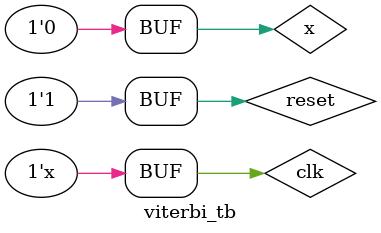
<source format=v>
`timescale 1ns/1ps
module viterbi_tb( 
); 
reg clk; 
reg clk_div2; 
reg reset; 
reg x;

wire y; 
wire c; 

viterbi dut(clk,clk_div2,reset,x,y,c);

initial begin

clk = 0;
clk_div2 = 0; 
reset = 0; 
#10; 
x = 1; 
#15; 
reset = 1; 
end

always #5 clk = ~clk; 
always@(posedge clk)begin 
clk_div2 <= ~clk_div2; 
end 
initial 
begin 
#25; 
x = 1; 
#10; 
x = 0; 
#10; 
x = 0; 
#10; 
x = 1; 
#10; 
x = 0; 
#10; 
x = 1; 
#10; 
x = 0; 
#10; 
x = 0; 
#10; 
x = 1; 
#10; 
x = 0; 
#10; 
x = 1; 
#10; 
x = 1; 
#10; 
x = 0; 
#10; 
x = 0; 
end 
endmodule
</source>
